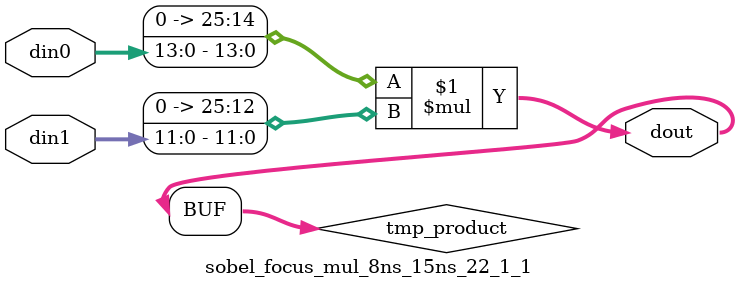
<source format=v>

`timescale 1 ns / 1 ps

  module sobel_focus_mul_8ns_15ns_22_1_1(din0, din1, dout);
parameter ID = 1;
parameter NUM_STAGE = 0;
parameter din0_WIDTH = 14;
parameter din1_WIDTH = 12;
parameter dout_WIDTH = 26;

input [din0_WIDTH - 1 : 0] din0; 
input [din1_WIDTH - 1 : 0] din1; 
output [dout_WIDTH - 1 : 0] dout;

wire signed [dout_WIDTH - 1 : 0] tmp_product;










assign tmp_product = $signed({1'b0, din0}) * $signed({1'b0, din1});











assign dout = tmp_product;







endmodule

</source>
